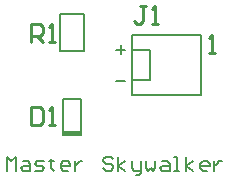
<source format=gto>
G04*
G04 #@! TF.GenerationSoftware,Altium Limited,Altium Designer,20.0.13 (296)*
G04*
G04 Layer_Color=65535*
%FSLAX25Y25*%
%MOIN*%
G70*
G01*
G75*
%ADD10C,0.00787*%
%ADD11C,0.01000*%
%ADD12R,0.05756X0.01181*%
D10*
X21654Y45079D02*
X29528D01*
Y57677D01*
X21654D02*
X29528D01*
X21654Y45079D02*
Y57677D01*
X45587Y35433D02*
X51587D01*
Y45433D01*
X45587D02*
X51587D01*
X45587Y50433D02*
X68587D01*
X45587Y30433D02*
Y50433D01*
Y30433D02*
X68587D01*
Y50433D01*
X22591Y17323D02*
X25188D01*
X28642D02*
Y29122D01*
X22591D02*
X28642D01*
X22591Y17323D02*
Y29122D01*
X25188Y17323D02*
X28642D01*
X40157Y35236D02*
X43306D01*
X3740Y5314D02*
Y10037D01*
X5314Y8463D01*
X6889Y10037D01*
Y5314D01*
X9250Y8463D02*
X10825D01*
X11612Y7676D01*
Y5314D01*
X9250D01*
X8463Y6102D01*
X9250Y6889D01*
X11612D01*
X13186Y5314D02*
X15547D01*
X16334Y6102D01*
X15547Y6889D01*
X13973D01*
X13186Y7676D01*
X13973Y8463D01*
X16334D01*
X18696Y9250D02*
Y8463D01*
X17909D01*
X19483D01*
X18696D01*
Y6102D01*
X19483Y5314D01*
X24206D02*
X22632D01*
X21845Y6102D01*
Y7676D01*
X22632Y8463D01*
X24206D01*
X24993Y7676D01*
Y6889D01*
X21845D01*
X26567Y8463D02*
Y5314D01*
Y6889D01*
X27355Y7676D01*
X28142Y8463D01*
X28929D01*
X39162Y9250D02*
X38375Y10037D01*
X36800D01*
X36013Y9250D01*
Y8463D01*
X36800Y7676D01*
X38375D01*
X39162Y6889D01*
Y6102D01*
X38375Y5314D01*
X36800D01*
X36013Y6102D01*
X40736Y5314D02*
Y10037D01*
Y6889D02*
X43097Y8463D01*
X40736Y6889D02*
X43097Y5314D01*
X45459Y8463D02*
Y6102D01*
X46246Y5314D01*
X48608D01*
Y4527D01*
X47820Y3740D01*
X47033D01*
X48608Y5314D02*
Y8463D01*
X50182D02*
Y6102D01*
X50969Y5314D01*
X51756Y6102D01*
X52543Y5314D01*
X53330Y6102D01*
Y8463D01*
X55692D02*
X57266D01*
X58053Y7676D01*
Y5314D01*
X55692D01*
X54905Y6102D01*
X55692Y6889D01*
X58053D01*
X59628Y5314D02*
X61202D01*
X60415D01*
Y10037D01*
X59628D01*
X63563Y5314D02*
Y10037D01*
Y6889D02*
X65925Y8463D01*
X63563Y6889D02*
X65925Y5314D01*
X70648D02*
X69073D01*
X68286Y6102D01*
Y7676D01*
X69073Y8463D01*
X70648D01*
X71435Y7676D01*
Y6889D01*
X68286D01*
X73009Y8463D02*
Y5314D01*
Y6889D01*
X73796Y7676D01*
X74583Y8463D01*
X75371D01*
X40157Y45669D02*
X43306D01*
X41732Y47243D02*
Y44094D01*
D11*
X71087Y44433D02*
X73086D01*
X72086D01*
Y50431D01*
X71087Y49431D01*
X50235Y60381D02*
X48236D01*
X49236D01*
Y55383D01*
X48236Y54383D01*
X47236D01*
X46237Y55383D01*
X52235Y54383D02*
X54234D01*
X53234D01*
Y60381D01*
X52235Y59381D01*
X11749Y48379D02*
Y54377D01*
X14748D01*
X15748Y53377D01*
Y51378D01*
X14748Y50378D01*
X11749D01*
X13749D02*
X15748Y48379D01*
X17747D02*
X19747D01*
X18747D01*
Y54377D01*
X17747Y53377D01*
X11749Y26621D02*
Y20623D01*
X14748D01*
X15748Y21623D01*
Y25621D01*
X14748Y26621D01*
X11749D01*
X17747Y20623D02*
X19747D01*
X18747D01*
Y26621D01*
X17747Y25621D01*
D12*
X25469Y17913D02*
D03*
M02*

</source>
